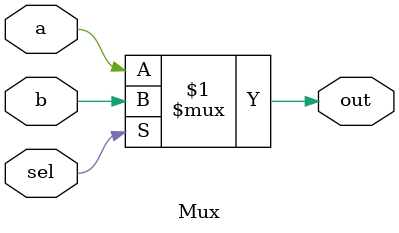
<source format=v>
/** 
 * Multiplexor:
 * out = a if sel == 0
 *       b otherwise
 */

`default_nettype none
module Mux(
	input a,
	input b,
	input sel,
	output out
);

	assign out = sel?b:a;

endmodule

</source>
